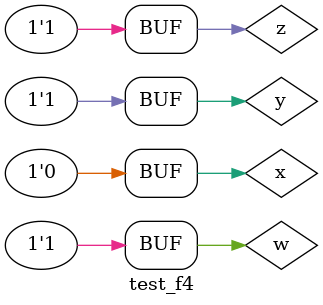
<source format=v>
module f4 (output s, input x, input y, input z, input w);  
	
	assign s = (y & ~z & w) | (y & z & ~w) | (x & ~z & ~w) | (x & z & w);
	
endmodule // f4 
	
module test_f4; 
	// definir dados 
	
	reg x; 
	reg y;
	reg z;
	reg w;
	
	wire s; 
	
	f4 modulo1 (s, x, y, z, w); 
	

	// parte principal
	initial begin 
		$display("Pedro Henrique Hardeman Guedes - 397260"); 
		$display("Test LU's module"); 
		
	x = 1; y = 0; z = 0; w = 0;
	
	
	// projetar testes do modulo 
	$display("S1 S2 C SE S");
	$monitor("%b  %b  %b  %b  %b",x, y, z, w, s);
	#1 x = 0; y = 1; z = 1; w = 0;
	#1 x = 1; y = 0; z = 0; w = 1;
	#1 x = 0; y = 1; z = 1; w = 1;
	
	end 
endmodule // test_f4 
</source>
